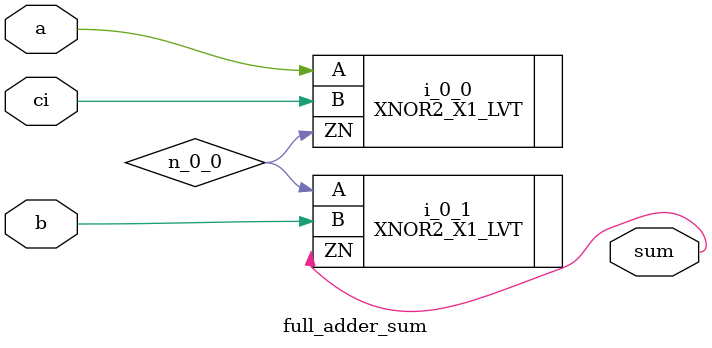
<source format=v>
module full_adder(a,b,ci,co,sum);
   input a;
   input b;
   input ci;
   output co;
   output sum;
  full_adder_co U1 (.a(a), .b(b), .ci(ci), .co(co));
  full_adder_sum U0 (.a(a), .b(b), .ci(ci), .sum(sum));
endmodule

module full_adder_co(a,b,ci,co);
   input a;
   input b;
   input ci;
   output co;
   wire n_0_0;
   wire n_0_1;
   wire n_0_2;
  INV_X1_LVT i_0_0 (.A(a), .ZN(n_0_0));
  INV_X1_LVT i_0_1 (.A(b), .ZN(n_0_1));
  INV_X1_LVT i_0_2 (.A(ci), .ZN(n_0_2));
  OAI222_X1_LVT i_0_3 (.A1(n_0_0), .A2(n_0_1), .B1(n_0_1), .B2(n_0_2), .C1(n_0_0), 
      .C2(n_0_2), .ZN(co));
endmodule

module full_adder_sum(a,b,ci,sum);
   input a;
   input b;
   input ci;
   output sum;
   wire n_0_0;
  XNOR2_X1_LVT i_0_0 (.A(a), .B(ci), .ZN(n_0_0));
  XNOR2_X1_LVT i_0_1 (.A(n_0_0), .B(b), .ZN(sum));
endmodule


</source>
